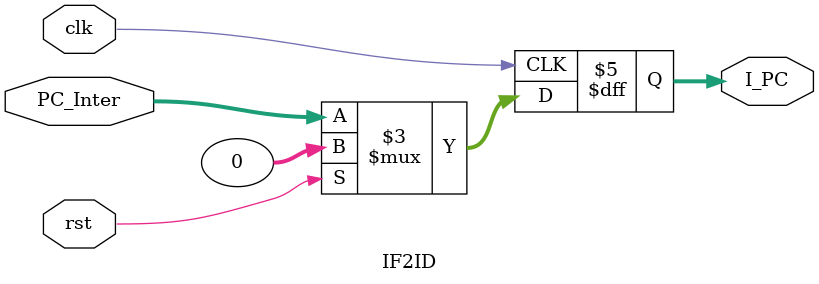
<source format=sv>
module IF2ID (
    input logic clk,
    input logic rst,
    input logic [31:0]  PC_Inter,
    output logic [31:0] I_PC
);

    always_ff @(posedge clk) begin
		if(rst) begin
			I_PC <= 0;
		end
		else begin
			I_PC <= PC_Inter;
		end
    end

endmodule
</source>
